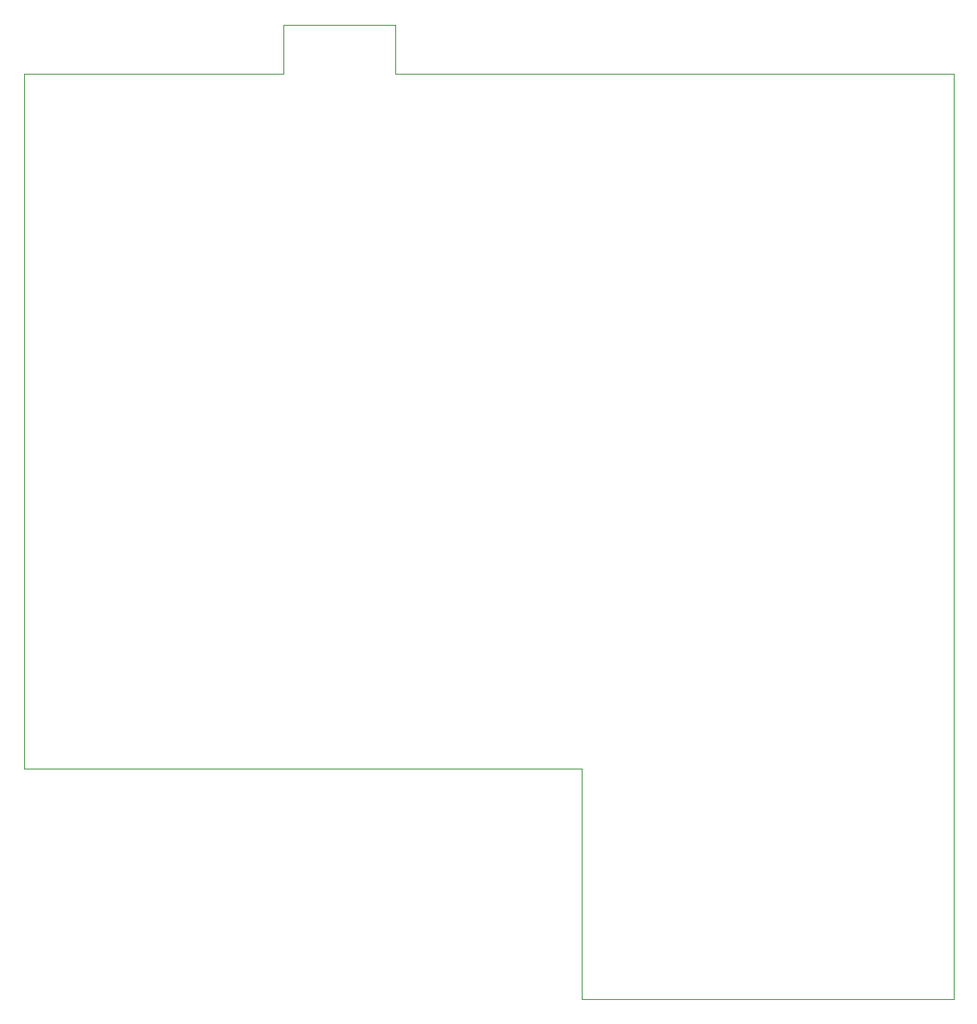
<source format=gbr>
%TF.GenerationSoftware,KiCad,Pcbnew,8.0.4*%
%TF.CreationDate,2024-07-30T01:54:57-07:00*%
%TF.ProjectId,3board_a,33626f61-7264-45f6-912e-6b696361645f,rev?*%
%TF.SameCoordinates,Original*%
%TF.FileFunction,Profile,NP*%
%FSLAX46Y46*%
G04 Gerber Fmt 4.6, Leading zero omitted, Abs format (unit mm)*
G04 Created by KiCad (PCBNEW 8.0.4) date 2024-07-30 01:54:57*
%MOMM*%
%LPD*%
G01*
G04 APERTURE LIST*
%TA.AperFunction,Profile*%
%ADD10C,0.100000*%
%TD*%
G04 APERTURE END LIST*
D10*
X139000000Y-119500000D02*
X101000000Y-119500000D01*
X70500000Y-25000000D02*
X70500000Y-20000000D01*
X101000000Y-119500000D02*
X101000000Y-96000000D01*
X139000000Y-25000000D02*
X139000000Y-119500000D01*
X101000000Y-96000000D02*
X44000000Y-96000000D01*
X70500000Y-20000000D02*
X82000000Y-20000000D01*
X44000000Y-25000000D02*
X70500000Y-25000000D01*
X44000000Y-96000000D02*
X44000000Y-25000000D01*
X82000000Y-25000000D02*
X139000000Y-25000000D01*
X82000000Y-20000000D02*
X82000000Y-25000000D01*
M02*

</source>
